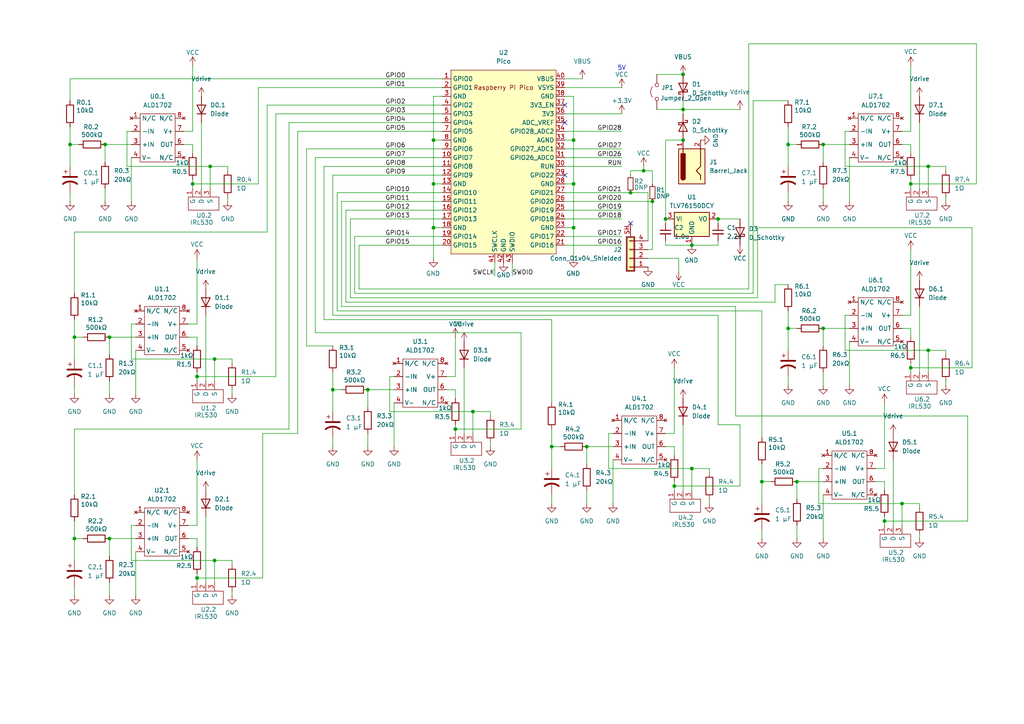
<source format=kicad_sch>
(kicad_sch (version 20231120) (generator "eeschema") (generator_version "8.0")
  (paper "A4")
  (title_block (title "Laser Box Circuit") (rev "v01"))
  (junction (at 31.75 156.21))
  (junction (at 269.24 48.26))
  (junction (at 269.24 101.6))
  (junction (at 198.12 40.64))
  (junction (at 198.12 21.59))
  (junction (at 137.16 119.38))
  (junction (at 60.96 48.26))
  (junction (at 96.52 113.03))
  (junction (at 30.48 41.91))
  (junction (at 238.76 95.25))
  (junction (at 264.16 106.68))
  (junction (at 186.69 49.53))
  (junction (at 31.75 97.79))
  (junction (at 195.58 140.97))
  (junction (at 55.88 53.34))
  (junction (at 231.14 139.7))
  (junction (at 193.04 63.5))
  (junction (at 125.73 40.64))
  (junction (at 62.23 104.14))
  (junction (at 264.16 53.34))
  (junction (at 132.08 124.46))
  (junction (at 57.15 109.22))
  (junction (at 125.73 53.34))
  (junction (at 170.18 129.54))
  (junction (at 160.02 129.54))
  (junction (at 228.6 41.91))
  (junction (at 166.37 53.34))
  (junction (at 208.28 63.5))
  (junction (at 198.12 31.75))
  (junction (at 182.88 55.88))
  (junction (at 256.54 151.13))
  (junction (at 261.62 146.05))
  (junction (at 200.66 135.89))
  (junction (at 57.15 167.64))
  (junction (at 166.37 40.64))
  (junction (at 166.37 66.04))
  (junction (at 21.59 97.79))
  (junction (at 125.73 66.04))
  (junction (at 21.59 156.21))
  (junction (at 220.98 139.7))
  (junction (at 200.66 71.12))
  (junction (at 106.68 113.03))
  (junction (at 238.76 41.91))
  (junction (at 62.23 162.56))
  (junction (at 228.6 95.25))
  (junction (at 20.32 41.91))
  (junction (at 189.23 58.42))
  (no_connect (at 163.83 30.48))
  (no_connect (at 163.83 50.8))
  (no_connect (at 182.88 64.77))
  (no_connect (at 163.83 35.56))
  (wire (pts (xy 38.1 93.98) (xy 38.1 104.14)))
  (wire (pts (xy 163.83 63.5) (xy 180.34 63.5)))
  (wire (pts (xy 62.23 104.14) (xy 67.31 104.14)))
  (wire (pts (xy 264.16 52.07) (xy 264.16 53.34)))
  (wire (pts (xy 142.24 119.38) (xy 142.24 120.65)))
  (wire (pts (xy 218.44 29.21) (xy 228.6 29.21)))
  (wire (pts (xy 57.15 156.21) (xy 54.61 156.21)))
  (wire (pts (xy 238.76 95.25) (xy 238.76 100.33)))
  (wire (pts (xy 128.27 25.4) (xy 74.93 25.4)))
  (wire (pts (xy 281.94 66.04) (xy 219.71 66.04)))
  (wire (pts (xy 228.6 55.88) (xy 228.6 58.42)))
  (wire (pts (xy 57.15 133.35) (xy 57.15 152.4)))
  (wire (pts (xy 128.27 40.64) (xy 125.73 40.64)))
  (wire (pts (xy 57.15 166.37) (xy 57.15 167.64)))
  (wire (pts (xy 208.28 91.44) (xy 96.52 91.44)))
  (wire (pts (xy 86.36 125.73) (xy 86.36 38.1)))
  (wire (pts (xy 102.87 85.09) (xy 102.87 68.58)))
  (wire (pts (xy 166.37 53.34) (xy 166.37 66.04)))
  (wire (pts (xy 193.04 40.64) (xy 198.12 40.64)))
  (wire (pts (xy 21.59 156.21) (xy 24.13 156.21)))
  (wire (pts (xy 205.74 144.78) (xy 205.74 146.05)))
  (wire (pts (xy 39.37 160.02) (xy 39.37 172.72)))
  (wire (pts (xy 228.6 95.25) (xy 228.6 101.6)))
  (wire (pts (xy 57.15 109.22) (xy 57.15 110.49)))
  (wire (pts (xy 62.23 162.56) (xy 67.31 162.56)))
  (wire (pts (xy 274.32 110.49) (xy 274.32 111.76)))
  (wire (pts (xy 214.63 140.97) (xy 195.58 140.97)))
  (wire (pts (xy 182.88 55.88) (xy 187.96 55.88)))
  (wire (pts (xy 238.76 107.95) (xy 238.76 111.76)))
  (wire (pts (xy 102.87 68.58) (xy 128.27 68.58)))
  (wire (pts (xy 190.5 21.59) (xy 198.12 21.59)))
  (wire (pts (xy 74.93 25.4) (xy 74.93 53.34)))
  (wire (pts (xy 21.59 97.79) (xy 21.59 104.14)))
  (wire (pts (xy 228.6 41.91) (xy 231.14 41.91)))
  (wire (pts (xy 213.36 120.65) (xy 213.36 88.9)))
  (wire (pts (xy 237.49 146.05) (xy 261.62 146.05)))
  (wire (pts (xy 128.27 66.04) (xy 125.73 66.04)))
  (wire (pts (xy 21.59 92.71) (xy 21.59 97.79)))
  (wire (pts (xy 80.01 33.02) (xy 80.01 109.22)))
  (wire (pts (xy 163.83 66.04) (xy 166.37 66.04)))
  (wire (pts (xy 76.2 125.73) (xy 76.2 167.64)))
  (wire (pts (xy 76.2 125.73) (xy 86.36 125.73)))
  (wire (pts (xy 163.83 58.42) (xy 189.23 58.42)))
  (wire (pts (xy 228.6 109.22) (xy 228.6 111.76)))
  (wire (pts (xy 38.1 38.1) (xy 36.83 38.1)))
  (wire (pts (xy 214.63 140.97) (xy 214.63 123.19)))
  (wire (pts (xy 137.16 119.38) (xy 137.16 125.73)))
  (wire (pts (xy 269.24 48.26) (xy 274.32 48.26)))
  (wire (pts (xy 31.75 168.91) (xy 31.75 172.72)))
  (wire (pts (xy 246.38 38.1) (xy 245.11 38.1)))
  (wire (pts (xy 21.59 111.76) (xy 21.59 114.3)))
  (wire (pts (xy 142.24 128.27) (xy 142.24 129.54)))
  (wire (pts (xy 59.69 91.44) (xy 59.69 110.49)))
  (wire (pts (xy 96.52 113.03) (xy 96.52 119.38)))
  (wire (pts (xy 217.17 12.7) (xy 217.17 83.82)))
  (wire (pts (xy 39.37 97.79) (xy 31.75 97.79)))
  (wire (pts (xy 264.16 95.25) (xy 261.62 95.25)))
  (wire (pts (xy 21.59 156.21) (xy 21.59 162.56)))
  (wire (pts (xy 238.76 139.7) (xy 231.14 139.7)))
  (wire (pts (xy 266.7 88.9) (xy 266.7 107.95)))
  (wire (pts (xy 163.83 53.34) (xy 166.37 53.34)))
  (wire (pts (xy 113.03 109.22) (xy 113.03 119.38)))
  (wire (pts (xy 74.93 53.34) (xy 55.88 53.34)))
  (wire (pts (xy 163.83 33.02) (xy 180.34 33.02)))
  (wire (pts (xy 245.11 48.26) (xy 269.24 48.26)))
  (wire (pts (xy 281.94 106.68) (xy 281.94 66.04)))
  (wire (pts (xy 280.67 151.13) (xy 280.67 120.65)))
  (wire (pts (xy 256.54 139.7) (xy 254 139.7)))
  (wire (pts (xy 238.76 135.89) (xy 237.49 135.89)))
  (wire (pts (xy 100.33 60.96) (xy 128.27 60.96)))
  (wire (pts (xy 55.88 19.05) (xy 55.88 38.1)))
  (wire (pts (xy 54.61 93.98) (xy 57.15 93.98)))
  (wire (pts (xy 39.37 93.98) (xy 38.1 93.98)))
  (wire (pts (xy 176.53 125.73) (xy 176.53 135.89)))
  (wire (pts (xy 228.6 41.91) (xy 228.6 48.26)))
  (wire (pts (xy 195.58 129.54) (xy 195.58 132.08)))
  (wire (pts (xy 67.31 113.03) (xy 67.31 114.3)))
  (wire (pts (xy 186.69 48.26) (xy 186.69 49.53)))
  (wire (pts (xy 224.79 82.55) (xy 224.79 87.63)))
  (wire (pts (xy 228.6 90.17) (xy 228.6 95.25)))
  (wire (pts (xy 132.08 113.03) (xy 129.54 113.03)))
  (wire (pts (xy 220.98 139.7) (xy 220.98 146.05)))
  (wire (pts (xy 21.59 67.31) (xy 77.47 67.31)))
  (wire (pts (xy 125.73 66.04) (xy 125.73 74.93)))
  (wire (pts (xy 148.59 76.2) (xy 148.59 80.01)))
  (wire (pts (xy 256.54 151.13) (xy 256.54 152.4)))
  (wire (pts (xy 83.82 35.56) (xy 128.27 35.56)))
  (wire (pts (xy 274.32 48.26) (xy 274.32 49.53)))
  (wire (pts (xy 83.82 124.46) (xy 83.82 35.56)))
  (wire (pts (xy 77.47 67.31) (xy 77.47 30.48)))
  (wire (pts (xy 196.85 78.74) (xy 196.85 74.93)))
  (wire (pts (xy 151.13 96.52) (xy 91.44 96.52)))
  (wire (pts (xy 160.02 92.71) (xy 93.98 92.71)))
  (wire (pts (xy 208.28 63.5) (xy 208.28 64.77)))
  (wire (pts (xy 55.88 41.91) (xy 53.34 41.91)))
  (wire (pts (xy 132.08 113.03) (xy 132.08 115.57)))
  (wire (pts (xy 31.75 156.21) (xy 31.75 161.29)))
  (wire (pts (xy 99.06 88.9) (xy 99.06 58.42)))
  (wire (pts (xy 269.24 101.6) (xy 274.32 101.6)))
  (wire (pts (xy 101.6 86.36) (xy 101.6 63.5)))
  (wire (pts (xy 104.14 83.82) (xy 104.14 71.12)))
  (wire (pts (xy 170.18 142.24) (xy 170.18 146.05)))
  (wire (pts (xy 30.48 41.91) (xy 30.48 46.99)))
  (wire (pts (xy 261.62 146.05) (xy 261.62 152.4)))
  (wire (pts (xy 20.32 22.86) (xy 128.27 22.86)))
  (wire (pts (xy 189.23 49.53) (xy 189.23 53.34)))
  (wire (pts (xy 264.16 72.39) (xy 264.16 91.44)))
  (wire (pts (xy 177.8 125.73) (xy 176.53 125.73)))
  (wire (pts (xy 106.68 113.03) (xy 106.68 118.11)))
  (wire (pts (xy 62.23 162.56) (xy 62.23 168.91)))
  (wire (pts (xy 132.08 123.19) (xy 132.08 124.46)))
  (wire (pts (xy 166.37 40.64) (xy 166.37 53.34)))
  (wire (pts (xy 195.58 106.68) (xy 195.58 125.73)))
  (wire (pts (xy 246.38 91.44) (xy 245.11 91.44)))
  (wire (pts (xy 246.38 41.91) (xy 238.76 41.91)))
  (wire (pts (xy 281.94 106.68) (xy 264.16 106.68)))
  (wire (pts (xy 76.2 167.64) (xy 57.15 167.64)))
  (wire (pts (xy 195.58 139.7) (xy 195.58 140.97)))
  (wire (pts (xy 198.12 123.19) (xy 198.12 142.24)))
  (wire (pts (xy 67.31 171.45) (xy 67.31 172.72)))
  (wire (pts (xy 125.73 27.94) (xy 125.73 40.64)))
  (wire (pts (xy 38.1 45.72) (xy 38.1 58.42)))
  (wire (pts (xy 187.96 74.93) (xy 196.85 74.93)))
  (wire (pts (xy 224.79 87.63) (xy 100.33 87.63)))
  (wire (pts (xy 125.73 53.34) (xy 125.73 66.04)))
  (wire (pts (xy 266.7 154.94) (xy 266.7 156.21)))
  (wire (pts (xy 21.59 124.46) (xy 21.59 143.51)))
  (wire (pts (xy 55.88 53.34) (xy 55.88 54.61)))
  (wire (pts (xy 187.96 69.85) (xy 187.96 55.88)))
  (wire (pts (xy 163.83 43.18) (xy 180.34 43.18)))
  (wire (pts (xy 106.68 125.73) (xy 106.68 129.54)))
  (wire (pts (xy 20.32 41.91) (xy 20.32 48.26)))
  (wire (pts (xy 96.52 113.03) (xy 99.06 113.03)))
  (wire (pts (xy 187.96 72.39) (xy 189.23 72.39)))
  (wire (pts (xy 163.83 27.94) (xy 166.37 27.94)))
  (wire (pts (xy 264.16 105.41) (xy 264.16 106.68)))
  (wire (pts (xy 113.03 119.38) (xy 137.16 119.38)))
  (wire (pts (xy 134.62 106.68) (xy 134.62 125.73)))
  (wire (pts (xy 208.28 63.5) (xy 214.63 63.5)))
  (wire (pts (xy 38.1 152.4) (xy 38.1 162.56)))
  (wire (pts (xy 66.04 57.15) (xy 66.04 58.42)))
  (wire (pts (xy 266.7 146.05) (xy 266.7 147.32)))
  (wire (pts (xy 256.54 149.86) (xy 256.54 151.13)))
  (wire (pts (xy 96.52 50.8) (xy 128.27 50.8)))
  (wire (pts (xy 132.08 124.46) (xy 132.08 125.73)))
  (wire (pts (xy 269.24 101.6) (xy 269.24 107.95)))
  (wire (pts (xy 96.52 127) (xy 96.52 129.54)))
  (wire (pts (xy 96.52 107.95) (xy 96.52 113.03)))
  (wire (pts (xy 57.15 107.95) (xy 57.15 109.22)))
  (wire (pts (xy 88.9 100.33) (xy 96.52 100.33)))
  (wire (pts (xy 220.98 127) (xy 220.98 90.17)))
  (wire (pts (xy 114.3 116.84) (xy 114.3 129.54)))
  (wire (pts (xy 220.98 90.17) (xy 97.79 90.17)))
  (wire (pts (xy 264.16 53.34) (xy 264.16 54.61)))
  (wire (pts (xy 245.11 91.44) (xy 245.11 101.6)))
  (wire (pts (xy 30.48 54.61) (xy 30.48 58.42)))
  (wire (pts (xy 151.13 96.52) (xy 151.13 124.46)))
  (wire (pts (xy 218.44 85.09) (xy 102.87 85.09)))
  (wire (pts (xy 177.8 133.35) (xy 177.8 146.05)))
  (wire (pts (xy 129.54 109.22) (xy 132.08 109.22)))
  (wire (pts (xy 261.62 91.44) (xy 264.16 91.44)))
  (wire (pts (xy 160.02 143.51) (xy 160.02 146.05)))
  (wire (pts (xy 36.83 48.26) (xy 60.96 48.26)))
  (wire (pts (xy 163.83 68.58) (xy 180.34 68.58)))
  (wire (pts (xy 77.47 30.48) (xy 128.27 30.48)))
  (wire (pts (xy 58.42 35.56) (xy 58.42 54.61)))
  (wire (pts (xy 163.83 55.88) (xy 182.88 55.88)))
  (wire (pts (xy 269.24 48.26) (xy 269.24 54.61)))
  (wire (pts (xy 231.14 152.4) (xy 231.14 156.21)))
  (wire (pts (xy 114.3 109.22) (xy 113.03 109.22)))
  (wire (pts (xy 125.73 40.64) (xy 125.73 53.34)))
  (wire (pts (xy 20.32 55.88) (xy 20.32 58.42)))
  (wire (pts (xy 195.58 140.97) (xy 195.58 142.24)))
  (wire (pts (xy 96.52 50.8) (xy 96.52 91.44)))
  (wire (pts (xy 67.31 104.14) (xy 67.31 105.41)))
  (wire (pts (xy 264.16 41.91) (xy 261.62 41.91)))
  (wire (pts (xy 160.02 129.54) (xy 162.56 129.54)))
  (wire (pts (xy 99.06 58.42) (xy 128.27 58.42)))
  (wire (pts (xy 57.15 97.79) (xy 54.61 97.79)))
  (wire (pts (xy 256.54 116.84) (xy 256.54 135.89)))
  (wire (pts (xy 283.21 53.34) (xy 264.16 53.34)))
  (wire (pts (xy 208.28 123.19) (xy 208.28 91.44)))
  (wire (pts (xy 168.91 22.86) (xy 163.83 22.86)))
  (wire (pts (xy 66.04 48.26) (xy 66.04 49.53)))
  (wire (pts (xy 21.59 170.18) (xy 21.59 172.72)))
  (wire (pts (xy 220.98 153.67) (xy 220.98 156.21)))
  (wire (pts (xy 62.23 104.14) (xy 62.23 110.49)))
  (wire (pts (xy 228.6 82.55) (xy 224.79 82.55)))
  (wire (pts (xy 20.32 41.91) (xy 22.86 41.91)))
  (wire (pts (xy 246.38 45.72) (xy 246.38 58.42)))
  (wire (pts (xy 264.16 106.68) (xy 264.16 107.95)))
  (wire (pts (xy 220.98 139.7) (xy 223.52 139.7)))
  (wire (pts (xy 246.38 99.06) (xy 246.38 111.76)))
  (wire (pts (xy 93.98 48.26) (xy 128.27 48.26)))
  (wire (pts (xy 36.83 38.1) (xy 36.83 48.26)))
  (wire (pts (xy 166.37 27.94) (xy 166.37 40.64)))
  (wire (pts (xy 237.49 135.89) (xy 237.49 146.05)))
  (wire (pts (xy 86.36 38.1) (xy 128.27 38.1)))
  (wire (pts (xy 177.8 129.54) (xy 170.18 129.54)))
  (wire (pts (xy 57.15 97.79) (xy 57.15 100.33)))
  (wire (pts (xy 274.32 101.6) (xy 274.32 102.87)))
  (wire (pts (xy 132.08 97.79) (xy 132.08 109.22)))
  (wire (pts (xy 193.04 63.5) (xy 193.04 64.77)))
  (wire (pts (xy 39.37 152.4) (xy 38.1 152.4)))
  (wire (pts (xy 193.04 69.85) (xy 193.04 71.12)))
  (wire (pts (xy 163.83 25.4) (xy 180.34 25.4)))
  (wire (pts (xy 217.17 83.82) (xy 104.14 83.82)))
  (wire (pts (xy 67.31 162.56) (xy 67.31 163.83)))
  (wire (pts (xy 228.6 95.25) (xy 231.14 95.25)))
  (wire (pts (xy 80.01 109.22) (xy 57.15 109.22)))
  (wire (pts (xy 88.9 43.18) (xy 88.9 100.33)))
  (wire (pts (xy 264.16 41.91) (xy 264.16 44.45)))
  (wire (pts (xy 114.3 113.03) (xy 106.68 113.03)))
  (wire (pts (xy 186.69 49.53) (xy 182.88 49.53)))
  (wire (pts (xy 100.33 87.63) (xy 100.33 60.96)))
  (wire (pts (xy 38.1 41.91) (xy 30.48 41.91)))
  (wire (pts (xy 245.11 101.6) (xy 269.24 101.6)))
  (wire (pts (xy 195.58 129.54) (xy 193.04 129.54)))
  (wire (pts (xy 39.37 101.6) (xy 39.37 114.3)))
  (wire (pts (xy 97.79 55.88) (xy 128.27 55.88)))
  (wire (pts (xy 193.04 125.73) (xy 195.58 125.73)))
  (wire (pts (xy 238.76 143.51) (xy 238.76 156.21)))
  (wire (pts (xy 261.62 38.1) (xy 264.16 38.1)))
  (wire (pts (xy 54.61 152.4) (xy 57.15 152.4)))
  (wire (pts (xy 189.23 58.42) (xy 189.23 72.39)))
  (wire (pts (xy 176.53 135.89) (xy 200.66 135.89)))
  (wire (pts (xy 190.5 31.75) (xy 198.12 31.75)))
  (wire (pts (xy 91.44 45.72) (xy 128.27 45.72)))
  (wire (pts (xy 193.04 71.12) (xy 200.66 71.12)))
  (wire (pts (xy 60.96 48.26) (xy 60.96 54.61)))
  (wire (pts (xy 163.83 71.12) (xy 180.34 71.12)))
  (wire (pts (xy 80.01 33.02) (xy 128.27 33.02)))
  (wire (pts (xy 256.54 151.13) (xy 280.67 151.13)))
  (wire (pts (xy 53.34 38.1) (xy 55.88 38.1)))
  (wire (pts (xy 57.15 156.21) (xy 57.15 158.75)))
  (wire (pts (xy 238.76 41.91) (xy 238.76 46.99)))
  (wire (pts (xy 246.38 95.25) (xy 238.76 95.25)))
  (wire (pts (xy 214.63 123.19) (xy 208.28 123.19)))
  (wire (pts (xy 21.59 67.31) (xy 21.59 85.09)))
  (wire (pts (xy 38.1 104.14) (xy 62.23 104.14)))
  (wire (pts (xy 254 135.89) (xy 256.54 135.89)))
  (wire (pts (xy 264.16 19.05) (xy 264.16 38.1)))
  (wire (pts (xy 97.79 90.17) (xy 97.79 55.88)))
  (wire (pts (xy 283.21 12.7) (xy 283.21 53.34)))
  (wire (pts (xy 137.16 119.38) (xy 142.24 119.38)))
  (wire (pts (xy 200.66 71.12) (xy 208.28 71.12)))
  (wire (pts (xy 128.27 27.94) (xy 125.73 27.94)))
  (wire (pts (xy 170.18 129.54) (xy 170.18 134.62)))
  (wire (pts (xy 283.21 12.7) (xy 217.17 12.7)))
  (wire (pts (xy 259.08 133.35) (xy 259.08 152.4)))
  (wire (pts (xy 219.71 66.04) (xy 219.71 86.36)))
  (wire (pts (xy 128.27 53.34) (xy 125.73 53.34)))
  (wire (pts (xy 163.83 38.1) (xy 180.34 38.1)))
  (wire (pts (xy 198.12 29.21) (xy 198.12 31.75)))
  (wire (pts (xy 219.71 86.36) (xy 101.6 86.36)))
  (wire (pts (xy 205.74 135.89) (xy 205.74 137.16)))
  (wire (pts (xy 104.14 71.12) (xy 128.27 71.12)))
  (wire (pts (xy 151.13 124.46) (xy 132.08 124.46)))
  (wire (pts (xy 231.14 139.7) (xy 231.14 144.78)))
  (wire (pts (xy 101.6 63.5) (xy 128.27 63.5)))
  (wire (pts (xy 31.75 97.79) (xy 31.75 102.87)))
  (wire (pts (xy 143.51 76.2) (xy 143.51 80.01)))
  (wire (pts (xy 38.1 162.56) (xy 62.23 162.56)))
  (wire (pts (xy 21.59 124.46) (xy 83.82 124.46)))
  (wire (pts (xy 163.83 45.72) (xy 180.34 45.72)))
  (wire (pts (xy 182.88 49.53) (xy 182.88 50.8)))
  (wire (pts (xy 186.69 49.53) (xy 189.23 49.53)))
  (wire (pts (xy 39.37 156.21) (xy 31.75 156.21)))
  (wire (pts (xy 163.83 60.96) (xy 180.34 60.96)))
  (wire (pts (xy 31.75 110.49) (xy 31.75 114.3)))
  (wire (pts (xy 59.69 149.86) (xy 59.69 168.91)))
  (wire (pts (xy 208.28 69.85) (xy 208.28 71.12)))
  (wire (pts (xy 198.12 31.75) (xy 198.12 33.02)))
  (wire (pts (xy 274.32 57.15) (xy 274.32 58.42)))
  (wire (pts (xy 20.32 36.83) (xy 20.32 41.91)))
  (wire (pts (xy 264.16 95.25) (xy 264.16 97.79)))
  (wire (pts (xy 57.15 167.64) (xy 57.15 168.91)))
  (wire (pts (xy 261.62 146.05) (xy 266.7 146.05)))
  (wire (pts (xy 93.98 48.26) (xy 93.98 92.71)))
  (wire (pts (xy 266.7 35.56) (xy 266.7 54.61)))
  (wire (pts (xy 200.66 135.89) (xy 205.74 135.89)))
  (wire (pts (xy 280.67 120.65) (xy 213.36 120.65)))
  (wire (pts (xy 60.96 48.26) (xy 66.04 48.26)))
  (wire (pts (xy 88.9 43.18) (xy 128.27 43.18)))
  (wire (pts (xy 91.44 96.52) (xy 91.44 45.72)))
  (wire (pts (xy 198.12 31.75) (xy 214.63 31.75)))
  (wire (pts (xy 245.11 38.1) (xy 245.11 48.26)))
  (wire (pts (xy 21.59 97.79) (xy 24.13 97.79)))
  (wire (pts (xy 21.59 151.13) (xy 21.59 156.21)))
  (wire (pts (xy 160.02 124.46) (xy 160.02 129.54)))
  (wire (pts (xy 220.98 134.62) (xy 220.98 139.7)))
  (wire (pts (xy 160.02 129.54) (xy 160.02 135.89)))
  (wire (pts (xy 193.04 63.5) (xy 193.04 40.64)))
  (wire (pts (xy 163.83 40.64) (xy 166.37 40.64)))
  (wire (pts (xy 256.54 139.7) (xy 256.54 142.24)))
  (wire (pts (xy 218.44 29.21) (xy 218.44 85.09)))
  (wire (pts (xy 213.36 88.9) (xy 99.06 88.9)))
  (wire (pts (xy 57.15 74.93) (xy 57.15 93.98)))
  (wire (pts (xy 55.88 52.07) (xy 55.88 53.34)))
  (wire (pts (xy 20.32 22.86) (xy 20.32 29.21)))
  (wire (pts (xy 238.76 54.61) (xy 238.76 58.42)))
  (wire (pts (xy 55.88 41.91) (xy 55.88 44.45)))
  (wire (pts (xy 200.66 135.89) (xy 200.66 142.24)))
  (wire (pts (xy 163.83 48.26) (xy 180.34 48.26)))
  (wire (pts (xy 166.37 66.04) (xy 166.37 74.93)))
  (wire (pts (xy 160.02 92.71) (xy 160.02 116.84)))
  (wire (pts (xy 228.6 36.83) (xy 228.6 41.91)))
  (text "5V" (at 180.34 19.812 0) (effects (font (size 1.27 1.27))))
  (label "GPIO10" (at 111.76 55.88 0))
  (label "GPIO16" (at 180.34 71.12 180))
  (label "GPIO27" (at 180.34 43.18 180))
  (label "GPIO14" (at 111.76 68.58 0))
  (label "GPIO18" (at 180.34 63.5 180))
  (label "GPIO5" (at 111.76 38.1 0))
  (label "GPIO21" (at 180.34 55.88 180))
  (label "GPIO0" (at 111.76 22.86 0))
  (label "GPIO11" (at 111.76 58.42 0))
  (label "GPIO20" (at 180.34 58.42 180))
  (label "GPIO3" (at 111.76 33.02 0))
  (label "GPIO6" (at 111.76 43.18 0))
  (label "GPIO2" (at 111.76 30.48 0))
  (label "GPIO26" (at 180.34 45.72 180))
  (label "GPIO7" (at 111.76 45.72 0))
  (label "GPIO9" (at 111.76 50.8 0))
  (label "SWDIO" (at 148.59 80.01 0))
  (label "GPIO1" (at 111.76 25.4 0))
  (label "RUN" (at 180.34 48.26 180))
  (label "GPIO4" (at 111.76 35.56 0))
  (label "GPIO28" (at 180.34 38.1 180))
  (label "GPIO13" (at 111.76 63.5 0))
  (label "SWCLK" (at 143.51 80.01 180))
  (label "GPIO17" (at 180.34 68.58 180))
  (label "GPIO19" (at 180.34 60.96 180))
  (label "GPIO12" (at 111.76 60.96 0))
  (label "GPIO8" (at 111.76 48.26 0))
  (label "GPIO15" (at 111.76 71.12 0))
  (symbol (lib_id "power:GND") (at 205.74 146.05 0) (unit 1)
    (property "Reference" "#PWR044" (effects (hide yes)))
    (property "Value" "GND" (at 205.74 151.13 0))
    (property "Description" "Power symbol creates a global label with name \"GND\" , ground" (effects (hide yes)))
  )
  (symbol (lib_id "power:GND") (at 228.6 58.42 0) (unit 1)
    (property "Reference" "#PWR011" (effects (hide yes)))
    (property "Value" "GND" (at 228.6 63.5 0))
    (property "Description" "Power symbol creates a global label with name \"GND\" , ground" (effects (hide yes)))
  )
  (symbol (lib_id "power:GND") (at 274.32 58.42 0) (unit 1)
    (property "Reference" "#PWR029" (effects (hide yes)))
    (property "Value" "GND" (at 274.32 63.5 0))
    (property "Description" "Power symbol creates a global label with name \"GND\" , ground" (effects (hide yes)))
  )
  (symbol (lib_id "power:Vdrive") (at 58.42 27.94 0) (unit 1)
    (property "Reference" "#PWR047" (effects (hide yes)))
    (property "Value" "Vdrive" (at 58.42 22.86 0))
    (property "Description" "Power symbol creates a global label with name \"Vdrive\"" (effects (hide yes)))
  )
  (symbol (lib_id "Device:D") (at 259.08 129.54 90) (unit 1)
    (property "Reference" "D5.1" (at 261.62 128.2699 90) (effects (justify right)))
    (property "Value" "Diode" (at 261.62 130.8099 90) (effects (justify right)))
    (property "Footprint" "Connector_Molex:Molex_PicoBlade_53398-0271_1x02-1MP_P1.25mm_Vertical" (effects (hide yes)))
    (property "Description" "Diode" (effects (hide yes)))
    (property "Sim.Device" "D" (effects (hide yes)))
    (property "Sim.Pins" "1=K 2=A" (effects (hide yes)))
  )
  (symbol (lib_id "Device:R_Small") (at 189.23 55.88 0) (unit 1)
    (property "Reference" "R1" (at 190.246 55.118 0) (effects (justify left)))
    (property "Value" "DNP" (at 190.246 56.896 0) (effects (justify left)))
    (property "Footprint" "Resistor_SMD:R_0603_1608Metric" (effects (hide yes)))
    (property "Description" "Resistor, small symbol" (effects (hide yes)))
  )
  (symbol (lib_id "power:GND") (at 66.04 58.42 0) (unit 1)
    (property "Reference" "#PWR07" (effects (hide yes)))
    (property "Value" "GND" (at 66.04 63.5 0))
    (property "Description" "Power symbol creates a global label with name \"GND\" , ground" (effects (hide yes)))
  )
  (symbol (lib_id "power:GND") (at 228.6 111.76 0) (unit 1)
    (property "Reference" "#PWR030" (effects (hide yes)))
    (property "Value" "GND" (at 228.6 116.84 0))
    (property "Description" "Power symbol creates a global label with name \"GND\" , ground" (effects (hide yes)))
  )
  (symbol (lib_id "testProjectLib:ALD1702") (at 45.72 39.37 0) (unit 1)
    (property "Reference" "U0.1" (at 45.72 27.94 0))
    (property "Value" "ALD1702" (at 45.72 30.48 0))
    (property "Footprint" "Package_SO:SOIC-8-1EP_3.9x4.9mm_P1.27mm_EP2.514x3.2mm" (effects (hide yes)))
  )
  (symbol (lib_id "Device:R") (at 220.98 130.81 0) (unit 1)
    (property "Reference" "R5.1" (at 222.758 127.508 0) (effects (justify left)))
    (property "Value" "10kΩ" (at 222.758 129.794 0) (effects (justify left)))
    (property "Footprint" "Resistor_SMD:R_0603_1608Metric" (effects (hide yes)))
    (property "Description" "Resistor" (effects (hide yes)))
  )
  (symbol (lib_id "Device:R") (at 170.18 138.43 0) (unit 1)
    (property "Reference" "R4.3" (at 172.72 137.1599 0) (effects (justify left)))
    (property "Value" "20kΩ" (at 172.72 139.6999 0) (effects (justify left)))
    (property "Footprint" "Resistor_SMD:R_0603_1608Metric" (effects (hide yes)))
    (property "Description" "Resistor" (effects (hide yes)))
  )
  (symbol (lib_id "power:GND") (at 170.18 146.05 0) (unit 1)
    (property "Reference" "#PWR041" (effects (hide yes)))
    (property "Value" "GND" (at 170.18 151.13 0))
    (property "Description" "Power symbol creates a global label with name \"GND\" , ground" (effects (hide yes)))
  )
  (symbol (lib_id "power:GND") (at 177.8 146.05 0) (unit 1)
    (property "Reference" "#PWR042" (effects (hide yes)))
    (property "Value" "GND" (at 177.8 151.13 0))
    (property "Description" "Power symbol creates a global label with name \"GND\" , ground" (effects (hide yes)))
  )
  (symbol (lib_id "power:GND") (at 146.05 76.2 0) (unit 1)
    (property "Reference" "#PWR064" (effects (hide yes)))
    (property "Value" "GND" (at 146.05 79.756 0))
    (property "Description" "Power symbol creates a global label with name \"GND\" , ground" (effects (hide yes)))
  )
  (symbol (lib_id "Device:R") (at 106.68 121.92 0) (unit 1)
    (property "Reference" "R3.3" (at 109.22 120.6499 0) (effects (justify left)))
    (property "Value" "20kΩ" (at 109.22 123.1899 0) (effects (justify left)))
    (property "Footprint" "Resistor_SMD:R_0603_1608Metric" (effects (hide yes)))
    (property "Description" "Resistor" (effects (hide yes)))
  )
  (symbol (lib_id "Device:C_Polarized_US") (at 220.98 149.86 0) (unit 1)
    (property "Reference" "C5.1" (at 224.79 147.9549 0) (effects (justify left)))
    (property "Value" "1 μF" (at 224.79 150.4949 0) (effects (justify left)))
    (property "Footprint" "Capacitor_SMD:C_0603_1608Metric" (effects (hide yes)))
    (property "Description" "Polarized capacitor, US symbol" (effects (hide yes)))
  )
  (symbol (lib_id "testProjectLib:ALD1702") (at 121.92 110.49 0) (unit 1)
    (property "Reference" "U3.1" (at 121.92 99.06 0))
    (property "Value" "ALD1702" (at 121.92 101.6 0))
    (property "Footprint" "Package_SO:SOIC-8-1EP_3.9x4.9mm_P1.27mm_EP2.514x3.2mm" (effects (hide yes)))
  )
  (symbol (lib_id "power:GND") (at 246.38 58.42 0) (unit 1)
    (property "Reference" "#PWR027" (effects (hide yes)))
    (property "Value" "GND" (at 246.38 63.5 0))
    (property "Description" "Power symbol creates a global label with name \"GND\" , ground" (effects (hide yes)))
  )
  (symbol (lib_id "power:VCC") (at 57.15 133.35 0) (unit 1)
    (property "Reference" "#PWR019" (effects (hide yes)))
    (property "Value" "VCC" (at 57.15 129.286 0))
    (property "Description" "Power symbol creates a global label with name \"VCC\"" (effects (hide yes)))
  )
  (symbol (lib_id "power:Vdrive") (at 259.08 125.73 0) (unit 1)
    (property "Reference" "#PWR056" (effects (hide yes)))
    (property "Value" "Vdrive" (at 259.08 120.65 0))
    (property "Description" "Power symbol creates a global label with name \"Vdrive\"" (effects (hide yes)))
  )
  (symbol (lib_id "Device:R") (at 102.87 113.03 270) (unit 1)
    (property "Reference" "R3.2" (at 102.616 107.95 90))
    (property "Value" "500kΩ" (at 102.87 110.236 90))
    (property "Footprint" "Resistor_SMD:R_0603_1608Metric" (effects (hide yes)))
    (property "Description" "Resistor" (effects (hide yes)))
  )
  (symbol (lib_id "power:VCC") (at 57.15 74.93 0) (unit 1)
    (property "Reference" "#PWR014" (effects (hide yes)))
    (property "Value" "VCC" (at 57.15 70.866 0))
    (property "Description" "Power symbol creates a global label with name \"VCC\"" (effects (hide yes)))
  )
  (symbol (lib_id "power:GND") (at 39.37 172.72 0) (unit 1)
    (property "Reference" "#PWR018" (effects (hide yes)))
    (property "Value" "GND" (at 39.37 177.8 0))
    (property "Description" "Power symbol creates a global label with name \"GND\" , ground" (effects (hide yes)))
  )
  (symbol (lib_id "Device:C_Small") (at 208.28 67.31 0) (unit 1)
    (property "Reference" "C1" (at 210.82 66.0462 0) (effects (justify left)))
    (property "Value" "2.2u" (at 210.82 68.5862 0) (effects (justify left)))
    (property "Footprint" "Capacitor_SMD:C_0603_1608Metric" (effects (hide yes)))
    (property "Description" "Unpolarized capacitor, small symbol" (effects (hide yes)))
  )
  (symbol (lib_id "power:GND") (at 67.31 172.72 0) (unit 1)
    (property "Reference" "#PWR020" (effects (hide yes)))
    (property "Value" "GND" (at 67.31 177.8 0))
    (property "Description" "Power symbol creates a global label with name \"GND\" , ground" (effects (hide yes)))
  )
  (symbol (lib_id "Device:C_Polarized_US") (at 228.6 52.07 0) (unit 1)
    (property "Reference" "C7.1" (at 232.41 50.1649 0) (effects (justify left)))
    (property "Value" "1 μF" (at 232.41 52.7049 0) (effects (justify left)))
    (property "Footprint" "Capacitor_SMD:C_0603_1608Metric" (effects (hide yes)))
    (property "Description" "Polarized capacitor, US symbol" (effects (hide yes)))
  )
  (symbol (lib_id "Device:R") (at 30.48 50.8 0) (unit 1)
    (property "Reference" "R0.3" (at 33.02 49.5299 0) (effects (justify left)))
    (property "Value" "20kΩ" (at 33.02 52.0699 0) (effects (justify left)))
    (property "Footprint" "Resistor_SMD:R_0603_1608Metric" (effects (hide yes)))
    (property "Description" "Resistor" (effects (hide yes)))
  )
  (symbol (lib_id "PicoBoard:Pico") (at 146.05 46.99 0) (unit 1)
    (property "Reference" "U2" (at 146.05 15.24 0))
    (property "Value" "Pico" (at 146.05 17.78 0))
    (property "Footprint" "RPi_Pico:RPi_Pico_SMD_TH" (effects (hide yes)))
  )
  (symbol (lib_id "power:Vdrive") (at 59.69 142.24 0) (unit 1)
    (property "Reference" "#PWR053" (effects (hide yes)))
    (property "Value" "Vdrive" (at 59.69 137.16 0))
    (property "Description" "Power symbol creates a global label with name \"Vdrive\"" (effects (hide yes)))
  )
  (symbol (lib_id "power:GND") (at 203.2 40.64 90) (mirror x) (unit 1)
    (property "Reference" "#PWR059" (effects (hide yes)))
    (property "Value" "GND" (at 207.5942 40.767 0))
  )
  (symbol (lib_id "power:VCC") (at 214.63 71.12 180) (unit 1)
    (property "Reference" "#PWR049" (effects (hide yes)))
    (property "Value" "VCC" (at 214.63 74.93 0))
    (property "Description" "Power symbol creates a global label with name \"VCC\"" (effects (hide yes)))
  )
  (symbol (lib_id "Device:D") (at 134.62 102.87 90) (unit 1)
    (property "Reference" "D3.1" (at 137.16 101.5999 90) (effects (justify right)))
    (property "Value" "Diode" (at 137.16 104.1399 90) (effects (justify right)))
    (property "Footprint" "Connector_Molex:Molex_PicoBlade_53398-0271_1x02-1MP_P1.25mm_Vertical" (effects (hide yes)))
    (property "Description" "Diode" (effects (hide yes)))
    (property "Sim.Device" "D" (effects (hide yes)))
    (property "Sim.Pins" "1=K 2=A" (effects (hide yes)))
  )
  (symbol (lib_id "power:Vdrive") (at 266.7 27.94 0) (unit 1)
    (property "Reference" "#PWR058" (effects (hide yes)))
    (property "Value" "Vdrive" (at 266.7 22.86 0))
    (property "Description" "Power symbol creates a global label with name \"Vdrive\"" (effects (hide yes)))
  )
  (symbol (lib_id "Device:R") (at 274.32 106.68 0) (unit 1)
    (property "Reference" "R6.4" (at 276.86 105.4099 0) (effects (justify left)))
    (property "Value" "1Ω" (at 276.86 107.9499 0) (effects (justify left)))
    (property "Footprint" "Resistor_SMD:R_0603_1608Metric" (effects (hide yes)))
    (property "Description" "Resistor" (effects (hide yes)))
  )
  (symbol (lib_id "power:GND") (at 238.76 111.76 0) (unit 1)
    (property "Reference" "#PWR031" (effects (hide yes)))
    (property "Value" "GND" (at 238.76 116.84 0))
    (property "Description" "Power symbol creates a global label with name \"GND\" , ground" (effects (hide yes)))
  )
  (symbol (lib_id "Device:R") (at 26.67 41.91 270) (unit 1)
    (property "Reference" "R0.2" (at 26.416 36.83 90))
    (property "Value" "500kΩ" (at 26.67 39.116 90))
    (property "Footprint" "Resistor_SMD:R_0603_1608Metric" (effects (hide yes)))
    (property "Description" "Resistor" (effects (hide yes)))
  )
  (symbol (lib_id "Device:R") (at 132.08 119.38 180) (unit 1)
    (property "Reference" "R3.5" (at 130.556 120.904 0) (effects (justify left)))
    (property "Value" "1kΩ" (at 131.064 118.364 0) (effects (justify left)))
    (property "Footprint" "Resistor_SMD:R_0603_1608Metric" (effects (hide yes)))
    (property "Description" "Resistor" (effects (hide yes)))
  )
  (symbol (lib_id "power:GND") (at 21.59 172.72 0) (unit 1)
    (property "Reference" "#PWR016" (effects (hide yes)))
    (property "Value" "GND" (at 21.59 177.8 0))
    (property "Description" "Power symbol creates a global label with name \"GND\" , ground" (effects (hide yes)))
  )
  (symbol (lib_id "power:VCC") (at 264.16 19.05 0) (unit 1)
    (property "Reference" "#PWR028" (effects (hide yes)))
    (property "Value" "VCC" (at 264.16 14.986 0))
    (property "Description" "Power symbol creates a global label with name \"VCC\"" (effects (hide yes)))
  )
  (symbol (lib_id "power:GND") (at 67.31 114.3 0) (unit 1)
    (property "Reference" "#PWR015" (effects (hide yes)))
    (property "Value" "GND" (at 67.31 119.38 0))
    (property "Description" "Power symbol creates a global label with name \"GND\" , ground" (effects (hide yes)))
  )
  (symbol (lib_id "power:GND") (at 21.59 114.3 0) (unit 1)
    (property "Reference" "#PWR01" (effects (hide yes)))
    (property "Value" "GND" (at 21.59 119.38 0))
    (property "Description" "Power symbol creates a global label with name \"GND\" , ground" (effects (hide yes)))
  )
  (symbol (lib_id "Regulator_Linear:TLV76150DCY") (at 200.66 63.5 0) (unit 1)
    (property "Reference" "U1" (at 200.66 57.15 0))
    (property "Value" "TLV76150DCY" (at 200.66 59.69 0))
    (property "Footprint" "Package_TO_SOT_SMD:SOT-223-3_TabPin2" (effects (hide yes)))
    (property "Datasheet" "https://www.ti.com/lit/ds/symlink/tlv761.pdf" (effects (hide yes)))
    (property "Description" "5.0V, 1A, Low Noise, High-PSRR LDO Regulator, 2.5V...16V input, SOT-223" (effects (hide yes)))
  )
  (symbol (lib_id "Device:C_Polarized_US") (at 228.6 105.41 0) (unit 1)
    (property "Reference" "C6.1" (at 232.41 103.5049 0) (effects (justify left)))
    (property "Value" "1 μF" (at 232.41 106.0449 0) (effects (justify left)))
    (property "Footprint" "Capacitor_SMD:C_0603_1608Metric" (effects (hide yes)))
    (property "Description" "Polarized capacitor, US symbol" (effects (hide yes)))
  )
  (symbol (lib_id "Device:R") (at 234.95 95.25 270) (unit 1)
    (property "Reference" "R6.2" (at 234.696 90.17 90))
    (property "Value" "500kΩ" (at 234.95 92.456 90))
    (property "Footprint" "Resistor_SMD:R_0603_1608Metric" (effects (hide yes)))
    (property "Description" "Resistor" (effects (hide yes)))
  )
  (symbol (lib_id "power:Vdrive") (at 266.7 81.28 0) (unit 1)
    (property "Reference" "#PWR057" (effects (hide yes)))
    (property "Value" "Vdrive" (at 266.7 76.2 0))
    (property "Description" "Power symbol creates a global label with name \"Vdrive\"" (effects (hide yes)))
  )
  (symbol (lib_id "Device:R") (at 21.59 147.32 0) (unit 1)
    (property "Reference" "R2.1" (at 23.368 144.018 0) (effects (justify left)))
    (property "Value" "10kΩ" (at 23.368 146.304 0) (effects (justify left)))
    (property "Footprint" "Resistor_SMD:R_0603_1608Metric" (effects (hide yes)))
    (property "Description" "Resistor" (effects (hide yes)))
  )
  (symbol (lib_id "Device:R") (at 266.7 151.13 0) (unit 1)
    (property "Reference" "R5.4" (at 269.24 149.8599 0) (effects (justify left)))
    (property "Value" "1Ω" (at 269.24 152.3999 0) (effects (justify left)))
    (property "Footprint" "Resistor_SMD:R_0603_1608Metric" (effects (hide yes)))
    (property "Description" "Resistor" (effects (hide yes)))
  )
  (symbol (lib_id "Device:R") (at 20.32 33.02 0) (unit 1)
    (property "Reference" "R0.1" (at 22.098 29.718 0) (effects (justify left)))
    (property "Value" "10kΩ" (at 22.098 32.004 0) (effects (justify left)))
    (property "Footprint" "Resistor_SMD:R_0603_1608Metric" (effects (hide yes)))
    (property "Description" "Resistor" (effects (hide yes)))
  )
  (symbol (lib_id "Device:R") (at 27.94 97.79 270) (unit 1)
    (property "Reference" "R1.2" (at 27.686 92.71 90))
    (property "Value" "500kΩ" (at 27.94 94.996 90))
    (property "Footprint" "Resistor_SMD:R_0603_1608Metric" (effects (hide yes)))
    (property "Description" "Resistor" (effects (hide yes)))
  )
  (symbol (lib_id "Device:D") (at 266.7 31.75 90) (unit 1)
    (property "Reference" "D7.1" (at 269.24 30.4799 90) (effects (justify right)))
    (property "Value" "Diode" (at 269.24 33.0199 90) (effects (justify right)))
    (property "Footprint" "Connector_Molex:Molex_PicoBlade_53398-0271_1x02-1MP_P1.25mm_Vertical" (effects (hide yes)))
    (property "Description" "Diode" (effects (hide yes)))
    (property "Sim.Device" "D" (effects (hide yes)))
    (property "Sim.Pins" "1=K 2=A" (effects (hide yes)))
  )
  (symbol (lib_name "IRL530_1") (lib_id "testProjectLib:IRL530") (at 198.12 144.78 270) (unit 1)
    (property "Reference" "U4.2" (at 196.596 150.114 90) (effects (justify left)))
    (property "Value" "IRL530" (at 194.818 152.146 90) (effects (justify left)))
    (property "Footprint" "Package_TO_SOT_THT:TO-220-3_Vertical" (effects (hide yes)))
  )
  (symbol (lib_id "Device:R") (at 274.32 53.34 0) (unit 1)
    (property "Reference" "R7.4" (at 276.86 52.0699 0) (effects (justify left)))
    (property "Value" "1Ω" (at 276.86 54.6099 0) (effects (justify left)))
    (property "Footprint" "Resistor_SMD:R_0603_1608Metric" (effects (hide yes)))
    (property "Description" "Resistor" (effects (hide yes)))
  )
  (symbol (lib_id "power:VCC") (at 132.08 97.79 0) (unit 1)
    (property "Reference" "#PWR024" (effects (hide yes)))
    (property "Value" "VCC" (at 132.08 93.98 0))
    (property "Description" "Power symbol creates a global label with name \"VCC\"" (effects (hide yes)))
  )
  (symbol (lib_id "Device:R") (at 57.15 162.56 180) (unit 1)
    (property "Reference" "R2.5" (at 55.626 164.084 0) (effects (justify left)))
    (property "Value" "1kΩ" (at 56.134 161.544 0) (effects (justify left)))
    (property "Footprint" "Resistor_SMD:R_0603_1608Metric" (effects (hide yes)))
    (property "Description" "Resistor" (effects (hide yes)))
  )
  (symbol (lib_id "Device:R") (at 234.95 41.91 270) (unit 1)
    (property "Reference" "R7.2" (at 234.696 36.83 90))
    (property "Value" "500kΩ" (at 234.95 39.116 90))
    (property "Footprint" "Resistor_SMD:R_0603_1608Metric" (effects (hide yes)))
    (property "Description" "Resistor" (effects (hide yes)))
  )
  (symbol (lib_id "Device:R") (at 231.14 148.59 0) (unit 1)
    (property "Reference" "R5.3" (at 233.68 147.3199 0) (effects (justify left)))
    (property "Value" "20kΩ" (at 233.68 149.8599 0) (effects (justify left)))
    (property "Footprint" "Resistor_SMD:R_0603_1608Metric" (effects (hide yes)))
    (property "Description" "Resistor" (effects (hide yes)))
  )
  (symbol (lib_id "power:GND") (at 166.37 74.93 0) (mirror y) (unit 1)
    (property "Reference" "#PWR09" (effects (hide yes)))
    (property "Value" "GND" (at 166.243 79.3242 0))
  )
  (symbol (lib_id "power:VCC") (at 264.16 72.39 0) (unit 1)
    (property "Reference" "#PWR033" (effects (hide yes)))
    (property "Value" "VCC" (at 264.16 68.326 0))
    (property "Description" "Power symbol creates a global label with name \"VCC\"" (effects (hide yes)))
  )
  (symbol (lib_id "Device:R") (at 238.76 50.8 0) (unit 1)
    (property "Reference" "R7.3" (at 241.3 49.5299 0) (effects (justify left)))
    (property "Value" "20kΩ" (at 241.3 52.0699 0) (effects (justify left)))
    (property "Footprint" "Resistor_SMD:R_0603_1608Metric" (effects (hide yes)))
    (property "Description" "Resistor" (effects (hide yes)))
  )
  (symbol (lib_name "IRL530_1") (lib_id "testProjectLib:IRL530") (at 58.42 57.15 270) (unit 1)
    (property "Reference" "U0.2" (at 56.896 62.484 90) (effects (justify left)))
    (property "Value" "IRL530" (at 55.118 64.516 90) (effects (justify left)))
    (property "Footprint" "Package_TO_SOT_THT:TO-220-3_Vertical" (effects (hide yes)))
  )
  (symbol (lib_id "Device:R") (at 31.75 165.1 0) (unit 1)
    (property "Reference" "R2.3" (at 34.29 163.8299 0) (effects (justify left)))
    (property "Value" "20kΩ" (at 34.29 166.3699 0) (effects (justify left)))
    (property "Footprint" "Resistor_SMD:R_0603_1608Metric" (effects (hide yes)))
    (property "Description" "Resistor" (effects (hide yes)))
  )
  (symbol (lib_id "power:GND") (at 31.75 114.3 0) (unit 1)
    (property "Reference" "#PWR012" (effects (hide yes)))
    (property "Value" "GND" (at 31.75 119.38 0))
    (property "Description" "Power symbol creates a global label with name \"GND\" , ground" (effects (hide yes)))
  )
  (symbol (lib_id "Device:R") (at 228.6 33.02 0) (unit 1)
    (property "Reference" "R7.1" (at 230.378 29.718 0) (effects (justify left)))
    (property "Value" "10kΩ" (at 230.378 32.004 0) (effects (justify left)))
    (property "Footprint" "Resistor_SMD:R_0603_1608Metric" (effects (hide yes)))
    (property "Description" "Resistor" (effects (hide yes)))
  )
  (symbol (lib_id "power:+3.3V") (at 180.34 33.02 0) (unit 1)
    (property "Reference" "#PWR08" (effects (hide yes)))
    (property "Value" "+3.3V" (at 180.34 29.21 0))
    (property "Description" "Power symbol creates a global label with name \"+3.3V\"" (effects (hide yes)))
  )
  (symbol (lib_id "testProjectLib:ALD1702") (at 46.99 153.67 0) (unit 1)
    (property "Reference" "U2.1" (at 46.99 142.24 0))
    (property "Value" "ALD1702" (at 46.99 144.78 0))
    (property "Footprint" "Package_SO:SOIC-8-1EP_3.9x4.9mm_P1.27mm_EP2.514x3.2mm" (effects (hide yes)))
  )
  (symbol (lib_id "Device:D_Schottky") (at 214.63 67.31 90) (unit 1)
    (property "Reference" "D3" (at 217.17 66.3574 90) (effects (justify right)))
    (property "Value" "D_Schottky" (at 217.17 68.8974 90) (effects (justify right)))
    (property "Footprint" "RPi_Pico:MBR120_SOD-123" (effects (hide yes)))
    (property "Description" "Schottky diode" (effects (hide yes)))
  )
  (symbol (lib_id "power:VCC") (at 55.88 19.05 0) (unit 1)
    (property "Reference" "#PWR05" (effects (hide yes)))
    (property "Value" "VCC" (at 55.88 15.24 0))
    (property "Description" "Power symbol creates a global label with name \"VCC\"" (effects (hide yes)))
  )
  (symbol (lib_id "Device:C_Polarized_US") (at 21.59 166.37 0) (unit 1)
    (property "Reference" "C2.1" (at 25.4 164.4649 0) (effects (justify left)))
    (property "Value" "1 μF" (at 25.4 167.0049 0) (effects (justify left)))
    (property "Footprint" "Capacitor_SMD:C_0603_1608Metric" (effects (hide yes)))
    (property "Description" "Polarized capacitor, US symbol" (effects (hide yes)))
  )
  (symbol (lib_id "Device:C_Polarized_US") (at 96.52 123.19 0) (unit 1)
    (property "Reference" "C3.1" (at 100.33 121.2849 0) (effects (justify left)))
    (property "Value" "1 μF" (at 100.33 123.8249 0) (effects (justify left)))
    (property "Footprint" "Capacitor_SMD:C_0603_1608Metric" (effects (hide yes)))
    (property "Description" "Polarized capacitor, US symbol" (effects (hide yes)))
  )
  (symbol (lib_id "power:VBUS") (at 198.12 21.59 0) (unit 1)
    (property "Reference" "#PWR046" (effects (hide yes)))
    (property "Value" "VBUS" (at 198.12 16.51 0))
    (property "Description" "Power symbol creates a global label with name \"VBUS\"" (effects (hide yes)))
  )
  (symbol (lib_id "testProjectLib:ALD1702") (at 254 92.71 0) (unit 1)
    (property "Reference" "U6.1" (at 254 81.28 0))
    (property "Value" "ALD1702" (at 254 83.82 0))
    (property "Footprint" "Package_SO:SOIC-8-1EP_3.9x4.9mm_P1.27mm_EP2.514x3.2mm" (effects (hide yes)))
  )
  (symbol (lib_id "power:VBUS") (at 168.91 22.86 0) (unit 1)
    (property "Reference" "#PWR045" (effects (hide yes)))
    (property "Value" "VBUS" (at 168.91 17.78 0))
    (property "Description" "Power symbol creates a global label with name \"VBUS\"" (effects (hide yes)))
  )
  (symbol (lib_id "Jumper:Jumper_2_Open") (at 190.5 26.67 90) (unit 1) (exclude_from_sim yes)
    (property "Reference" "JP1" (at 191.77 25.3999 90) (effects (justify right)))
    (property "Value" "Jumper_2_Open" (at 191.516 28.448 90) (effects (justify right)))
    (property "Footprint" "Jumper:SolderJumper-2_P1.3mm_Open_Pad1.0x1.5mm" (effects (hide yes)))
    (property "Description" "Jumper, 2-pole, open" (effects (hide yes)))
  )
  (symbol (lib_id "Connector:Barrel_Jack") (at 200.66 48.26 90) (unit 1)
    (property "Reference" "J1" (at 205.74 46.9899 90) (effects (justify right)))
    (property "Value" "Barrel_Jack" (at 205.74 49.5299 90) (effects (justify right)))
    (property "Footprint" "Connector_BarrelJack:BarrelJack_CUI_PJ-063AH_Horizontal" (effects (hide yes)))
    (property "Description" "DC Barrel Jack" (effects (hide yes)))
  )
  (symbol (lib_name "IRL530_1") (lib_id "testProjectLib:IRL530") (at 259.08 154.94 270) (unit 1)
    (property "Reference" "U5.2" (at 257.556 160.274 90) (effects (justify left)))
    (property "Value" "IRL530" (at 255.778 162.306 90) (effects (justify left)))
    (property "Footprint" "Package_TO_SOT_THT:TO-220-3_Vertical" (effects (hide yes)))
  )
  (symbol (lib_id "Connector_Generic_Shielded:Conn_01x04_Shielded") (at 182.88 74.93 180) (unit 1)
    (property "Reference" "J2" (at 180.34 72.3899 0) (effects (justify left)))
    (property "Value" "Conn_01x04_Shielded" (at 180.34 74.9299 0) (effects (justify left)))
    (property "Footprint" "Connector_JST:JST_SH_SM04B-SRSS-TB_1x04-1MP_P1.00mm_Horizontal" (effects (hide yes)))
    (property "Description" "Generic shielded connector, single row, 01x04, script generated (kicad-library-utils/schlib/autogen/connector/)" (effects (hide yes)))
  )
  (symbol (lib_name "IRL530_1") (lib_id "testProjectLib:IRL530") (at 59.69 171.45 270) (unit 1)
    (property "Reference" "U2.2" (at 58.166 176.784 90) (effects (justify left)))
    (property "Value" "IRL530" (at 56.388 178.816 90) (effects (justify left)))
    (property "Footprint" "Package_TO_SOT_THT:TO-220-3_Vertical" (effects (hide yes)))
  )
  (symbol (lib_id "power:Vdrive") (at 198.12 115.57 0) (unit 1)
    (property "Reference" "#PWR055" (effects (hide yes)))
    (property "Value" "Vdrive" (at 198.12 110.49 0))
    (property "Description" "Power symbol creates a global label with name \"Vdrive\"" (effects (hide yes)))
  )
  (symbol (lib_id "power:GND") (at 39.37 114.3 0) (unit 1)
    (property "Reference" "#PWR013" (effects (hide yes)))
    (property "Value" "GND" (at 39.37 119.38 0))
    (property "Description" "Power symbol creates a global label with name \"GND\" , ground" (effects (hide yes)))
  )
  (symbol (lib_id "power:GND") (at 114.3 129.54 0) (unit 1)
    (property "Reference" "#PWR023" (effects (hide yes)))
    (property "Value" "GND" (at 114.3 134.62 0))
    (property "Description" "Power symbol creates a global label with name \"GND\" , ground" (effects (hide yes)))
  )
  (symbol (lib_id "Device:R") (at 27.94 156.21 270) (unit 1)
    (property "Reference" "R2.2" (at 27.686 151.13 90))
    (property "Value" "500kΩ" (at 27.94 153.416 90))
    (property "Footprint" "Resistor_SMD:R_0603_1608Metric" (effects (hide yes)))
    (property "Description" "Resistor" (effects (hide yes)))
  )
  (symbol (lib_id "power:GND") (at 125.73 74.93 0) (mirror y) (unit 1)
    (property "Reference" "#PWR06" (effects (hide yes)))
    (property "Value" "GND" (at 125.603 79.3242 0))
  )
  (symbol (lib_id "power:GND") (at 160.02 146.05 0) (unit 1)
    (property "Reference" "#PWR040" (effects (hide yes)))
    (property "Value" "GND" (at 160.02 151.13 0))
    (property "Description" "Power symbol creates a global label with name \"GND\" , ground" (effects (hide yes)))
  )
  (symbol (lib_id "Device:D_Schottky") (at 198.12 36.83 270) (unit 1)
    (property "Reference" "D2" (at 200.66 35.2424 90) (effects (justify left)))
    (property "Value" "D_Schottky" (at 200.66 37.7824 90) (effects (justify left)))
    (property "Footprint" "RPi_Pico:MBR120_SOD-123" (effects (hide yes)))
    (property "Description" "Schottky diode" (effects (hide yes)))
  )
  (symbol (lib_id "power:VCC") (at 196.85 78.74 180) (unit 1)
    (property "Reference" "#PWR060" (effects (hide yes)))
    (property "Value" "VCC" (at 196.85 82.55 0))
    (property "Description" "Power symbol creates a global label with name \"VCC\"" (effects (hide yes)))
  )
  (symbol (lib_id "Device:R") (at 67.31 109.22 0) (unit 1)
    (property "Reference" "R1.4" (at 69.85 107.9499 0) (effects (justify left)))
    (property "Value" "1Ω" (at 69.85 110.4899 0) (effects (justify left)))
    (property "Footprint" "Resistor_SMD:R_0603_1608Metric" (effects (hide yes)))
    (property "Description" "Resistor" (effects (hide yes)))
  )
  (symbol (lib_id "Device:R") (at 142.24 124.46 0) (unit 1)
    (property "Reference" "R3.4" (at 144.78 123.1899 0) (effects (justify left)))
    (property "Value" "1Ω" (at 144.78 125.7299 0) (effects (justify left)))
    (property "Footprint" "Resistor_SMD:R_0603_1608Metric" (effects (hide yes)))
    (property "Description" "Resistor" (effects (hide yes)))
  )
  (symbol (lib_id "Device:R") (at 66.04 53.34 0) (unit 1)
    (property "Reference" "R0.4" (at 68.58 52.0699 0) (effects (justify left)))
    (property "Value" "1Ω" (at 68.58 54.6099 0) (effects (justify left)))
    (property "Footprint" "Resistor_SMD:R_0603_1608Metric" (effects (hide yes)))
    (property "Description" "Resistor" (effects (hide yes)))
  )
  (symbol (lib_id "Device:R") (at 227.33 139.7 270) (unit 1)
    (property "Reference" "R5.2" (at 227.076 134.62 90))
    (property "Value" "500kΩ" (at 227.33 136.906 90))
    (property "Footprint" "Resistor_SMD:R_0603_1608Metric" (effects (hide yes)))
    (property "Description" "Resistor" (effects (hide yes)))
  )
  (symbol (lib_id "Device:D") (at 59.69 146.05 90) (unit 1)
    (property "Reference" "D2.1" (at 62.23 144.7799 90) (effects (justify right)))
    (property "Value" "Diode" (at 62.23 147.3199 90) (effects (justify right)))
    (property "Footprint" "Connector_Molex:Molex_PicoBlade_53398-0271_1x02-1MP_P1.25mm_Vertical" (effects (hide yes)))
    (property "Description" "Diode" (effects (hide yes)))
    (property "Sim.Device" "D" (effects (hide yes)))
    (property "Sim.Pins" "1=K 2=A" (effects (hide yes)))
  )
  (symbol (lib_id "power:Vdrive") (at 59.69 83.82 0) (unit 1)
    (property "Reference" "#PWR052" (effects (hide yes)))
    (property "Value" "Vdrive" (at 59.69 78.74 0))
    (property "Description" "Power symbol creates a global label with name \"Vdrive\"" (effects (hide yes)))
  )
  (symbol (lib_id "power:GND") (at 238.76 156.21 0) (unit 1)
    (property "Reference" "#PWR037" (effects (hide yes)))
    (property "Value" "GND" (at 238.76 161.29 0))
    (property "Description" "Power symbol creates a global label with name \"GND\" , ground" (effects (hide yes)))
  )
  (symbol (lib_id "testProjectLib:ALD1702") (at 46.99 95.25 0) (unit 1)
    (property "Reference" "U1.1" (at 46.99 83.82 0))
    (property "Value" "ALD1702" (at 46.99 86.36 0))
    (property "Footprint" "Package_SO:SOIC-8-1EP_3.9x4.9mm_P1.27mm_EP2.514x3.2mm" (effects (hide yes)))
  )
  (symbol (lib_id "power:VCC") (at 186.69 48.26 0) (unit 1)
    (property "Reference" "#PWR061" (effects (hide yes)))
    (property "Value" "VCC" (at 186.69 44.45 0))
    (property "Description" "Power symbol creates a global label with name \"VCC\"" (effects (hide yes)))
  )
  (symbol (lib_id "Device:D") (at 198.12 119.38 90) (unit 1)
    (property "Reference" "D4.1" (at 200.66 118.1099 90) (effects (justify right)))
    (property "Value" "Diode" (at 200.66 120.6499 90) (effects (justify right)))
    (property "Footprint" "Connector_Molex:Molex_PicoBlade_53398-0271_1x02-1MP_P1.25mm_Vertical" (effects (hide yes)))
    (property "Description" "Diode" (effects (hide yes)))
    (property "Sim.Device" "D" (effects (hide yes)))
    (property "Sim.Pins" "1=K 2=A" (effects (hide yes)))
  )
  (symbol (lib_id "power:VCC") (at 256.54 116.84 0) (unit 1)
    (property "Reference" "#PWR038" (effects (hide yes)))
    (property "Value" "VCC" (at 256.54 112.776 0))
    (property "Description" "Power symbol creates a global label with name \"VCC\"" (effects (hide yes)))
  )
  (symbol (lib_id "power:GND") (at 106.68 129.54 0) (unit 1)
    (property "Reference" "#PWR022" (effects (hide yes)))
    (property "Value" "GND" (at 106.68 134.62 0))
    (property "Description" "Power symbol creates a global label with name \"GND\" , ground" (effects (hide yes)))
  )
  (symbol (lib_id "Device:R") (at 256.54 146.05 180) (unit 1)
    (property "Reference" "R5.5" (at 255.016 147.574 0) (effects (justify left)))
    (property "Value" "1kΩ" (at 255.524 145.034 0) (effects (justify left)))
    (property "Footprint" "Resistor_SMD:R_0603_1608Metric" (effects (hide yes)))
    (property "Description" "Resistor" (effects (hide yes)))
  )
  (symbol (lib_name "IRL530_1") (lib_id "testProjectLib:IRL530") (at 134.62 128.27 270) (unit 1)
    (property "Reference" "U3.2" (at 133.096 133.604 90) (effects (justify left)))
    (property "Value" "IRL530" (at 131.318 135.636 90) (effects (justify left)))
    (property "Footprint" "Package_TO_SOT_THT:TO-220-3_Vertical" (effects (hide yes)))
  )
  (symbol (lib_id "Device:D") (at 58.42 31.75 90) (unit 1)
    (property "Reference" "D0.1" (at 60.96 30.4799 90) (effects (justify right)))
    (property "Value" "Diode" (at 60.96 33.0199 90) (effects (justify right)))
    (property "Footprint" "Connector_Molex:Molex_PicoBlade_53398-0271_1x02-1MP_P1.25mm_Vertical" (effects (hide yes)))
    (property "Description" "Diode" (effects (hide yes)))
    (property "Sim.Device" "D" (effects (hide yes)))
    (property "Sim.Pins" "1=K 2=A" (effects (hide yes)))
  )
  (symbol (lib_id "power:Vdrive") (at 214.63 31.75 0) (unit 1)
    (property "Reference" "#PWR048" (effects (hide yes)))
    (property "Value" "Vdrive" (at 214.63 26.67 0))
    (property "Description" "Power symbol creates a global label with name \"Vdrive\"" (effects (hide yes)))
  )
  (symbol (lib_id "power:Vdrive") (at 134.62 99.06 0) (unit 1)
    (property "Reference" "#PWR054" (effects (hide yes)))
    (property "Value" "Vdrive" (at 134.62 93.98 0))
    (property "Description" "Power symbol creates a global label with name \"Vdrive\"" (effects (hide yes)))
  )
  (symbol (lib_id "Device:D") (at 59.69 87.63 90) (unit 1)
    (property "Reference" "D1.1" (at 62.23 86.3599 90) (effects (justify right)))
    (property "Value" "Diode" (at 62.23 88.8999 90) (effects (justify right)))
    (property "Footprint" "Connector_Molex:Molex_PicoBlade_53398-0271_1x02-1MP_P1.25mm_Vertical" (effects (hide yes)))
    (property "Description" "Diode" (effects (hide yes)))
    (property "Sim.Device" "D" (effects (hide yes)))
    (property "Sim.Pins" "1=K 2=A" (effects (hide yes)))
  )
  (symbol (lib_id "Device:C_Polarized_US") (at 20.32 52.07 0) (unit 1)
    (property "Reference" "C0.1" (at 24.13 50.1649 0) (effects (justify left)))
    (property "Value" "1 μF" (at 24.13 52.7049 0) (effects (justify left)))
    (property "Footprint" "Capacitor_SMD:C_0603_1608Metric" (effects (hide yes)))
    (property "Description" "Polarized capacitor, US symbol" (effects (hide yes)))
  )
  (symbol (lib_id "Device:R") (at 238.76 104.14 0) (unit 1)
    (property "Reference" "R6.3" (at 241.3 102.8699 0) (effects (justify left)))
    (property "Value" "20kΩ" (at 241.3 105.4099 0) (effects (justify left)))
    (property "Footprint" "Resistor_SMD:R_0603_1608Metric" (effects (hide yes)))
    (property "Description" "Resistor" (effects (hide yes)))
  )
  (symbol (lib_id "power:VCC") (at 195.58 106.68 0) (unit 1)
    (property "Reference" "#PWR043" (effects (hide yes)))
    (property "Value" "VCC" (at 195.58 102.616 0))
    (property "Description" "Power symbol creates a global label with name \"VCC\"" (effects (hide yes)))
  )
  (symbol (lib_id "Device:R") (at 264.16 48.26 180) (unit 1)
    (property "Reference" "R7.5" (at 262.636 49.784 0) (effects (justify left)))
    (property "Value" "1kΩ" (at 263.144 47.244 0) (effects (justify left)))
    (property "Footprint" "Resistor_SMD:R_0603_1608Metric" (effects (hide yes)))
    (property "Description" "Resistor" (effects (hide yes)))
  )
  (symbol (lib_id "Device:R") (at 228.6 86.36 0) (unit 1)
    (property "Reference" "R6.1" (at 230.378 83.058 0) (effects (justify left)))
    (property "Value" "10kΩ" (at 230.378 85.344 0) (effects (justify left)))
    (property "Footprint" "Resistor_SMD:R_0603_1608Metric" (effects (hide yes)))
    (property "Description" "Resistor" (effects (hide yes)))
  )
  (symbol (lib_id "power:GND") (at 200.66 71.12 0) (mirror y) (unit 1)
    (property "Reference" "#PWR050" (effects (hide yes)))
    (property "Value" "GND" (at 200.533 75.5142 0))
  )
  (symbol (lib_id "Device:R") (at 67.31 167.64 0) (unit 1)
    (property "Reference" "R2.4" (at 69.85 166.3699 0) (effects (justify left)))
    (property "Value" "1Ω" (at 69.85 168.9099 0) (effects (justify left)))
    (property "Footprint" "Resistor_SMD:R_0603_1608Metric" (effects (hide yes)))
    (property "Description" "Resistor" (effects (hide yes)))
  )
  (symbol (lib_id "Device:R") (at 160.02 120.65 0) (unit 1)
    (property "Reference" "R4.1" (at 161.798 117.348 0) (effects (justify left)))
    (property "Value" "10kΩ" (at 161.798 119.634 0) (effects (justify left)))
    (property "Footprint" "Resistor_SMD:R_0603_1608Metric" (effects (hide yes)))
    (property "Description" "Resistor" (effects (hide yes)))
  )
  (symbol (lib_id "Device:R") (at 96.52 104.14 0) (unit 1)
    (property "Reference" "R3.1" (at 98.298 100.838 0) (effects (justify left)))
    (property "Value" "10kΩ" (at 98.298 103.124 0) (effects (justify left)))
    (property "Footprint" "Resistor_SMD:R_0603_1608Metric" (effects (hide yes)))
    (property "Description" "Resistor" (effects (hide yes)))
  )
  (symbol (lib_id "power:GND") (at 220.98 156.21 0) (unit 1)
    (property "Reference" "#PWR035" (effects (hide yes)))
    (property "Value" "GND" (at 220.98 161.29 0))
    (property "Description" "Power symbol creates a global label with name \"GND\" , ground" (effects (hide yes)))
  )
  (symbol (lib_id "Device:R_Small") (at 182.88 53.34 0) (unit 1)
    (property "Reference" "R2" (at 183.896 52.578 0) (effects (justify left)))
    (property "Value" "DNP" (at 183.896 54.356 0) (effects (justify left)))
    (property "Footprint" "Resistor_SMD:R_0603_1608Metric" (effects (hide yes)))
    (property "Description" "Resistor, small symbol" (effects (hide yes)))
  )
  (symbol (lib_id "Device:C_Polarized_US") (at 160.02 139.7 0) (unit 1)
    (property "Reference" "C4.1" (at 163.83 137.7949 0) (effects (justify left)))
    (property "Value" "1 μF" (at 163.83 140.3349 0) (effects (justify left)))
    (property "Footprint" "Capacitor_SMD:C_0603_1608Metric" (effects (hide yes)))
    (property "Description" "Polarized capacitor, US symbol" (effects (hide yes)))
  )
  (symbol (lib_id "power:GND") (at 20.32 58.42 0) (unit 1)
    (property "Reference" "#PWR02" (effects (hide yes)))
    (property "Value" "GND" (at 20.32 63.5 0))
    (property "Description" "Power symbol creates a global label with name \"GND\" , ground" (effects (hide yes)))
  )
  (symbol (lib_id "Device:R") (at 57.15 104.14 180) (unit 1)
    (property "Reference" "R1.5" (at 55.626 105.664 0) (effects (justify left)))
    (property "Value" "1kΩ" (at 56.134 103.124 0) (effects (justify left)))
    (property "Footprint" "Resistor_SMD:R_0603_1608Metric" (effects (hide yes)))
    (property "Description" "Resistor" (effects (hide yes)))
  )
  (symbol (lib_id "power:GND") (at 231.14 156.21 0) (unit 1)
    (property "Reference" "#PWR036" (effects (hide yes)))
    (property "Value" "GND" (at 231.14 161.29 0))
    (property "Description" "Power symbol creates a global label with name \"GND\" , ground" (effects (hide yes)))
  )
  (symbol (lib_id "power:GND") (at 246.38 111.76 0) (unit 1)
    (property "Reference" "#PWR032" (effects (hide yes)))
    (property "Value" "GND" (at 246.38 116.84 0))
    (property "Description" "Power symbol creates a global label with name \"GND\" , ground" (effects (hide yes)))
  )
  (symbol (lib_id "power:GND") (at 142.24 129.54 0) (unit 1)
    (property "Reference" "#PWR025" (effects (hide yes)))
    (property "Value" "GND" (at 142.24 134.62 0))
    (property "Description" "Power symbol creates a global label with name \"GND\" , ground" (effects (hide yes)))
  )
  (symbol (lib_id "testProjectLib:ALD1702") (at 254 39.37 0) (unit 1)
    (property "Reference" "U7.1" (at 254 27.94 0))
    (property "Value" "ALD1702" (at 254 30.48 0))
    (property "Footprint" "Package_SO:SOIC-8-1EP_3.9x4.9mm_P1.27mm_EP2.514x3.2mm" (effects (hide yes)))
  )
  (symbol (lib_id "power:GND") (at 274.32 111.76 0) (unit 1)
    (property "Reference" "#PWR034" (effects (hide yes)))
    (property "Value" "GND" (at 274.32 116.84 0))
    (property "Description" "Power symbol creates a global label with name \"GND\" , ground" (effects (hide yes)))
  )
  (symbol (lib_id "power:GND") (at 96.52 129.54 0) (unit 1)
    (property "Reference" "#PWR021" (effects (hide yes)))
    (property "Value" "GND" (at 96.52 134.62 0))
    (property "Description" "Power symbol creates a global label with name \"GND\" , ground" (effects (hide yes)))
  )
  (symbol (lib_id "power:GND") (at 266.7 156.21 0) (unit 1)
    (property "Reference" "#PWR039" (effects (hide yes)))
    (property "Value" "GND" (at 266.7 161.29 0))
    (property "Description" "Power symbol creates a global label with name \"GND\" , ground" (effects (hide yes)))
  )
  (symbol (lib_id "power:VCC") (at 180.34 25.4 0) (unit 1)
    (property "Reference" "#PWR010" (effects (hide yes)))
    (property "Value" "VCC" (at 180.34 21.59 0))
    (property "Description" "Power symbol creates a global label with name \"VCC\"" (effects (hide yes)))
  )
  (symbol (lib_id "testProjectLib:ALD1702") (at 185.42 127 0) (unit 1)
    (property "Reference" "U4.1" (at 185.42 115.57 0))
    (property "Value" "ALD1702" (at 185.42 118.11 0))
    (property "Footprint" "Package_SO:SOIC-8-1EP_3.9x4.9mm_P1.27mm_EP2.514x3.2mm" (effects (hide yes)))
  )
  (symbol (lib_id "power:GND") (at 30.48 58.42 0) (unit 1)
    (property "Reference" "#PWR03" (effects (hide yes)))
    (property "Value" "GND" (at 30.48 63.5 0))
    (property "Description" "Power symbol creates a global label with name \"GND\" , ground" (effects (hide yes)))
  )
  (symbol (lib_id "power:GND") (at 38.1 58.42 0) (unit 1)
    (property "Reference" "#PWR04" (effects (hide yes)))
    (property "Value" "GND" (at 38.1 63.5 0))
    (property "Description" "Power symbol creates a global label with name \"GND\" , ground" (effects (hide yes)))
  )
  (symbol (lib_name "IRL530_1") (lib_id "testProjectLib:IRL530") (at 59.69 113.03 270) (unit 1)
    (property "Reference" "U1.2" (at 58.166 118.364 90) (effects (justify left)))
    (property "Value" "IRL530" (at 56.388 120.396 90) (effects (justify left)))
    (property "Footprint" "Package_TO_SOT_THT:TO-220-3_Vertical" (effects (hide yes)))
  )
  (symbol (lib_id "Device:R") (at 264.16 101.6 180) (unit 1)
    (property "Reference" "R6.5" (at 262.636 103.124 0) (effects (justify left)))
    (property "Value" "1kΩ" (at 263.144 100.584 0) (effects (justify left)))
    (property "Footprint" "Resistor_SMD:R_0603_1608Metric" (effects (hide yes)))
    (property "Description" "Resistor" (effects (hide yes)))
  )
  (symbol (lib_id "Device:C_Polarized_US") (at 21.59 107.95 0) (unit 1)
    (property "Reference" "C1.1" (at 25.4 106.0449 0) (effects (justify left)))
    (property "Value" "1 μF" (at 25.4 108.5849 0) (effects (justify left)))
    (property "Footprint" "Capacitor_SMD:C_0603_1608Metric" (effects (hide yes)))
    (property "Description" "Polarized capacitor, US symbol" (effects (hide yes)))
  )
  (symbol (lib_id "Device:R") (at 31.75 106.68 0) (unit 1)
    (property "Reference" "R1.3" (at 34.29 105.4099 0) (effects (justify left)))
    (property "Value" "20kΩ" (at 34.29 107.9499 0) (effects (justify left)))
    (property "Footprint" "Resistor_SMD:R_0603_1608Metric" (effects (hide yes)))
    (property "Description" "Resistor" (effects (hide yes)))
  )
  (symbol (lib_id "power:GND") (at 187.96 77.47 0) (unit 1)
    (property "Reference" "#PWR051" (effects (hide yes)))
    (property "Value" "GND" (at 187.96 82.55 0))
    (property "Description" "Power symbol creates a global label with name \"GND\" , ground" (effects (hide yes)))
  )
  (symbol (lib_id "Device:R") (at 166.37 129.54 270) (unit 1)
    (property "Reference" "R4.2" (at 166.116 124.46 90))
    (property "Value" "500kΩ" (at 166.37 126.746 90))
    (property "Footprint" "Resistor_SMD:R_0603_1608Metric" (effects (hide yes)))
    (property "Description" "Resistor" (effects (hide yes)))
  )
  (symbol (lib_id "testProjectLib:ALD1702") (at 246.38 137.16 0) (unit 1)
    (property "Reference" "U5.1" (at 246.38 125.73 0))
    (property "Value" "ALD1702" (at 246.38 128.27 0))
    (property "Footprint" "Package_SO:SOIC-8-1EP_3.9x4.9mm_P1.27mm_EP2.514x3.2mm" (effects (hide yes)))
  )
  (symbol (lib_id "Device:D") (at 266.7 85.09 90) (unit 1)
    (property "Reference" "D6.1" (at 269.24 83.8199 90) (effects (justify right)))
    (property "Value" "Diode" (at 269.24 86.3599 90) (effects (justify right)))
    (property "Footprint" "Connector_Molex:Molex_PicoBlade_53398-0271_1x02-1MP_P1.25mm_Vertical" (effects (hide yes)))
    (property "Description" "Diode" (effects (hide yes)))
    (property "Sim.Device" "D" (effects (hide yes)))
    (property "Sim.Pins" "1=K 2=A" (effects (hide yes)))
  )
  (symbol (lib_id "Device:R") (at 205.74 140.97 0) (unit 1)
    (property "Reference" "R4.4" (at 208.28 139.6999 0) (effects (justify left)))
    (property "Value" "1Ω" (at 208.28 142.2399 0) (effects (justify left)))
    (property "Footprint" "Resistor_SMD:R_0603_1608Metric" (effects (hide yes)))
    (property "Description" "Resistor" (effects (hide yes)))
  )
  (symbol (lib_name "IRL530_1") (lib_id "testProjectLib:IRL530") (at 266.7 57.15 270) (unit 1)
    (property "Reference" "U7.2" (at 265.176 62.484 90) (effects (justify left)))
    (property "Value" "IRL530" (at 263.398 64.516 90) (effects (justify left)))
    (property "Footprint" "Package_TO_SOT_THT:TO-220-3_Vertical" (effects (hide yes)))
  )
  (symbol (lib_name "IRL530_1") (lib_id "testProjectLib:IRL530") (at 266.7 110.49 270) (unit 1)
    (property "Reference" "U6.2" (at 265.176 115.824 90) (effects (justify left)))
    (property "Value" "IRL530" (at 263.398 117.856 90) (effects (justify left)))
    (property "Footprint" "Package_TO_SOT_THT:TO-220-3_Vertical" (effects (hide yes)))
  )
  (symbol (lib_id "Device:R") (at 21.59 88.9 0) (unit 1)
    (property "Reference" "R1.1" (at 23.368 85.598 0) (effects (justify left)))
    (property "Value" "10kΩ" (at 23.368 87.884 0) (effects (justify left)))
    (property "Footprint" "Resistor_SMD:R_0603_1608Metric" (effects (hide yes)))
    (property "Description" "Resistor" (effects (hide yes)))
  )
  (symbol (lib_id "Device:D_Schottky") (at 198.12 25.4 90) (unit 1)
    (property "Reference" "D1" (at 200.66 24.4474 90) (effects (justify right)))
    (property "Value" "D_Schottky" (at 200.66 26.9874 90) (effects (justify right)))
    (property "Footprint" "RPi_Pico:MBR120_SOD-123" (effects (hide yes)))
    (property "Description" "Schottky diode" (effects (hide yes)))
  )
  (symbol (lib_id "power:GND") (at 31.75 172.72 0) (unit 1)
    (property "Reference" "#PWR017" (effects (hide yes)))
    (property "Value" "GND" (at 31.75 177.8 0))
    (property "Description" "Power symbol creates a global label with name \"GND\" , ground" (effects (hide yes)))
  )
  (symbol (lib_id "Device:R") (at 55.88 48.26 180) (unit 1)
    (property "Reference" "R0.5" (at 54.356 49.784 0) (effects (justify left)))
    (property "Value" "1kΩ" (at 54.864 47.244 0) (effects (justify left)))
    (property "Footprint" "Resistor_SMD:R_0603_1608Metric" (effects (hide yes)))
    (property "Description" "Resistor" (effects (hide yes)))
  )
  (symbol (lib_id "Device:R") (at 195.58 135.89 180) (unit 1)
    (property "Reference" "R4.5" (at 194.056 137.414 0) (effects (justify left)))
    (property "Value" "1kΩ" (at 194.564 134.874 0) (effects (justify left)))
    (property "Footprint" "Resistor_SMD:R_0603_1608Metric" (effects (hide yes)))
    (property "Description" "Resistor" (effects (hide yes)))
  )
  (symbol (lib_id "Device:C_Small") (at 193.04 67.31 0) (unit 1)
    (property "Reference" "C2" (at 195.58 66.0462 0) (effects (justify left)))
    (property "Value" "1.0u" (at 195.58 68.5862 0) (effects (justify left)))
    (property "Footprint" "Capacitor_SMD:C_0603_1608Metric" (effects (hide yes)))
    (property "Description" "Unpolarized capacitor, small symbol" (effects (hide yes)))
  )
  (symbol (lib_id "power:GND") (at 238.76 58.42 0) (unit 1)
    (property "Reference" "#PWR026" (effects (hide yes)))
    (property "Value" "GND" (at 238.76 63.5 0))
    (property "Description" "Power symbol creates a global label with name \"GND\" , ground" (effects (hide yes)))
  )
)
</source>
